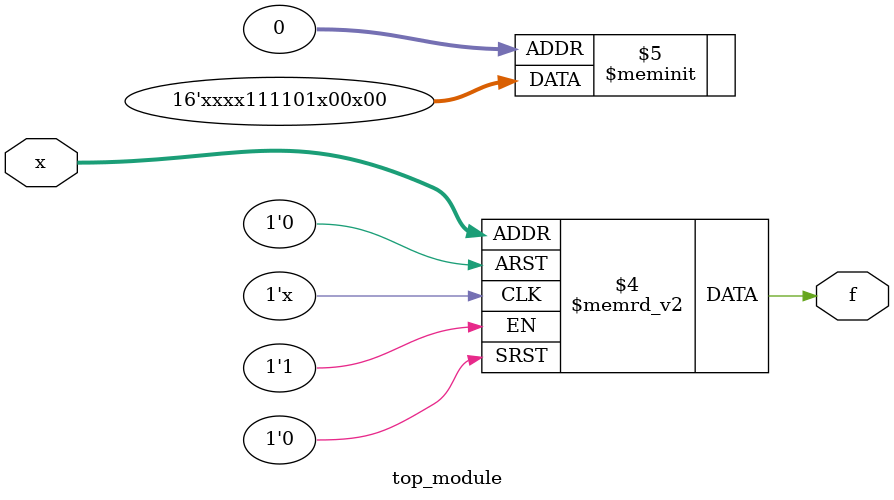
<source format=sv>
module top_module (
    input [4:1] x,
    output logic f
);

    always_comb begin
        case (x)
            4'b0000: f = 1'b0;
            4'b0001: f = 1'b0;
            4'b0010: f = 1'bx;  // don't-care condition, can be either 0 or 1
            4'b0011: f = 1'b0;
            4'b0100: f = 1'b0;
            4'b0101: f = 1'bx;  // don't-care condition, can be either 0 or 1
            4'b0110: f = 1'b1;
            4'b0111: f = 1'b0;
            4'b1000: f = 1'b1;
            4'b1001: f = 1'b1;
            4'b1010: f = 1'b1;
            4'b1011: f = 1'b1;
            4'b1100: f = 1'bx;  // don't-care condition, can be either 0 or 1
            4'b1101: f = 1'bx;  // don't-care condition, can be either 0 or 1
            4'b1110: f = 1'bx;  // don't-care condition, can be either 0 or 1
            4'b1111: f = 1'bx;  // don't-care condition, can be either 0 or 1
            default: f = 1'bx;  // cover all other cases
        endcase
    end

endmodule

</source>
